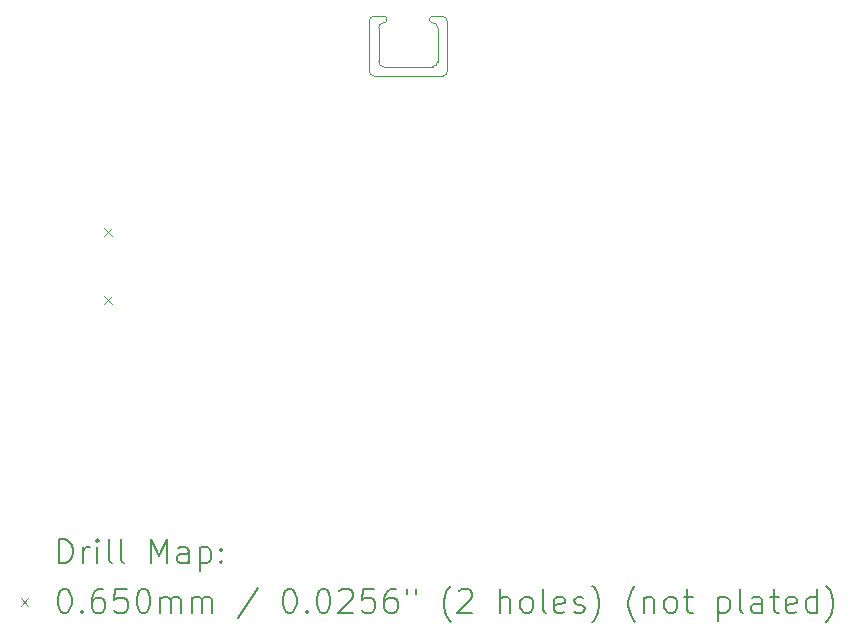
<source format=gbr>
%TF.GenerationSoftware,KiCad,Pcbnew,7.0.7*%
%TF.CreationDate,2023-10-12T17:33:56+02:00*%
%TF.ProjectId,LDAD_ABS_ENCLOSURE_52X48_1.69_LCD_TFT_16_bit_INA237,4c444144-5f41-4425-935f-454e434c4f53,5.3*%
%TF.SameCoordinates,Original*%
%TF.FileFunction,Drillmap*%
%TF.FilePolarity,Positive*%
%FSLAX45Y45*%
G04 Gerber Fmt 4.5, Leading zero omitted, Abs format (unit mm)*
G04 Created by KiCad (PCBNEW 7.0.7) date 2023-10-12 17:33:56*
%MOMM*%
%LPD*%
G01*
G04 APERTURE LIST*
%ADD10C,0.100000*%
%ADD11C,0.200000*%
%ADD12C,0.065000*%
G04 APERTURE END LIST*
D10*
X22066378Y-7512294D02*
X22066329Y-7798294D01*
X22524984Y-7839898D02*
X22109378Y-7839294D01*
X22567029Y-7510850D02*
G75*
G03*
X22523983Y-7469850I-41039J10D01*
G01*
X22646064Y-7453883D02*
G75*
G03*
X22603008Y-7412883I-41084J-37D01*
G01*
X22606944Y-7921162D02*
G75*
G03*
X22647943Y-7878117I6J41042D01*
G01*
X22567032Y-7510850D02*
X22565983Y-7796850D01*
X22107326Y-7469248D02*
G75*
G03*
X22066326Y-7512294I4J-41052D01*
G01*
X22027326Y-7411863D02*
X22107326Y-7411818D01*
X22523983Y-7412430D02*
G75*
G03*
X22523983Y-7469850I-4J-28710D01*
G01*
X22603008Y-7412883D02*
X22523983Y-7412423D01*
X22030043Y-7919397D02*
X22606944Y-7921166D01*
X21986378Y-7454911D02*
X21986994Y-7878397D01*
X22107326Y-7469241D02*
G75*
G03*
X22107326Y-7411818I4J28712D01*
G01*
X22647943Y-7878117D02*
X22646056Y-7453883D01*
X22027326Y-7411866D02*
G75*
G03*
X21986326Y-7454911I-26J-41024D01*
G01*
X22066327Y-7798294D02*
G75*
G03*
X22109378Y-7839294I41043J-6D01*
G01*
X21987003Y-7878397D02*
G75*
G03*
X22030043Y-7919397I41017J-33D01*
G01*
X22524984Y-7839903D02*
G75*
G03*
X22565983Y-7796850I6J41043D01*
G01*
D11*
D12*
X19739500Y-9205500D02*
X19804500Y-9270500D01*
X19804500Y-9205500D02*
X19739500Y-9270500D01*
X19739500Y-9783500D02*
X19804500Y-9848500D01*
X19804500Y-9783500D02*
X19739500Y-9848500D01*
D11*
X19361338Y-12042966D02*
X19361338Y-11842966D01*
X19361338Y-11842966D02*
X19408957Y-11842966D01*
X19408957Y-11842966D02*
X19437528Y-11852490D01*
X19437528Y-11852490D02*
X19456576Y-11871538D01*
X19456576Y-11871538D02*
X19466100Y-11890585D01*
X19466100Y-11890585D02*
X19475624Y-11928681D01*
X19475624Y-11928681D02*
X19475624Y-11957252D01*
X19475624Y-11957252D02*
X19466100Y-11995347D01*
X19466100Y-11995347D02*
X19456576Y-12014395D01*
X19456576Y-12014395D02*
X19437528Y-12033443D01*
X19437528Y-12033443D02*
X19408957Y-12042966D01*
X19408957Y-12042966D02*
X19361338Y-12042966D01*
X19561338Y-12042966D02*
X19561338Y-11909633D01*
X19561338Y-11947728D02*
X19570862Y-11928681D01*
X19570862Y-11928681D02*
X19580386Y-11919157D01*
X19580386Y-11919157D02*
X19599433Y-11909633D01*
X19599433Y-11909633D02*
X19618481Y-11909633D01*
X19685147Y-12042966D02*
X19685147Y-11909633D01*
X19685147Y-11842966D02*
X19675624Y-11852490D01*
X19675624Y-11852490D02*
X19685147Y-11862014D01*
X19685147Y-11862014D02*
X19694671Y-11852490D01*
X19694671Y-11852490D02*
X19685147Y-11842966D01*
X19685147Y-11842966D02*
X19685147Y-11862014D01*
X19808957Y-12042966D02*
X19789909Y-12033443D01*
X19789909Y-12033443D02*
X19780386Y-12014395D01*
X19780386Y-12014395D02*
X19780386Y-11842966D01*
X19913719Y-12042966D02*
X19894671Y-12033443D01*
X19894671Y-12033443D02*
X19885147Y-12014395D01*
X19885147Y-12014395D02*
X19885147Y-11842966D01*
X20142290Y-12042966D02*
X20142290Y-11842966D01*
X20142290Y-11842966D02*
X20208957Y-11985824D01*
X20208957Y-11985824D02*
X20275624Y-11842966D01*
X20275624Y-11842966D02*
X20275624Y-12042966D01*
X20456576Y-12042966D02*
X20456576Y-11938205D01*
X20456576Y-11938205D02*
X20447052Y-11919157D01*
X20447052Y-11919157D02*
X20428005Y-11909633D01*
X20428005Y-11909633D02*
X20389909Y-11909633D01*
X20389909Y-11909633D02*
X20370862Y-11919157D01*
X20456576Y-12033443D02*
X20437528Y-12042966D01*
X20437528Y-12042966D02*
X20389909Y-12042966D01*
X20389909Y-12042966D02*
X20370862Y-12033443D01*
X20370862Y-12033443D02*
X20361338Y-12014395D01*
X20361338Y-12014395D02*
X20361338Y-11995347D01*
X20361338Y-11995347D02*
X20370862Y-11976300D01*
X20370862Y-11976300D02*
X20389909Y-11966776D01*
X20389909Y-11966776D02*
X20437528Y-11966776D01*
X20437528Y-11966776D02*
X20456576Y-11957252D01*
X20551814Y-11909633D02*
X20551814Y-12109633D01*
X20551814Y-11919157D02*
X20570862Y-11909633D01*
X20570862Y-11909633D02*
X20608957Y-11909633D01*
X20608957Y-11909633D02*
X20628005Y-11919157D01*
X20628005Y-11919157D02*
X20637528Y-11928681D01*
X20637528Y-11928681D02*
X20647052Y-11947728D01*
X20647052Y-11947728D02*
X20647052Y-12004871D01*
X20647052Y-12004871D02*
X20637528Y-12023919D01*
X20637528Y-12023919D02*
X20628005Y-12033443D01*
X20628005Y-12033443D02*
X20608957Y-12042966D01*
X20608957Y-12042966D02*
X20570862Y-12042966D01*
X20570862Y-12042966D02*
X20551814Y-12033443D01*
X20732767Y-12023919D02*
X20742290Y-12033443D01*
X20742290Y-12033443D02*
X20732767Y-12042966D01*
X20732767Y-12042966D02*
X20723243Y-12033443D01*
X20723243Y-12033443D02*
X20732767Y-12023919D01*
X20732767Y-12023919D02*
X20732767Y-12042966D01*
X20732767Y-11919157D02*
X20742290Y-11928681D01*
X20742290Y-11928681D02*
X20732767Y-11938205D01*
X20732767Y-11938205D02*
X20723243Y-11928681D01*
X20723243Y-11928681D02*
X20732767Y-11919157D01*
X20732767Y-11919157D02*
X20732767Y-11938205D01*
D12*
X19035561Y-12338983D02*
X19100561Y-12403983D01*
X19100561Y-12338983D02*
X19035561Y-12403983D01*
D11*
X19399433Y-12262966D02*
X19418481Y-12262966D01*
X19418481Y-12262966D02*
X19437528Y-12272490D01*
X19437528Y-12272490D02*
X19447052Y-12282014D01*
X19447052Y-12282014D02*
X19456576Y-12301062D01*
X19456576Y-12301062D02*
X19466100Y-12339157D01*
X19466100Y-12339157D02*
X19466100Y-12386776D01*
X19466100Y-12386776D02*
X19456576Y-12424871D01*
X19456576Y-12424871D02*
X19447052Y-12443919D01*
X19447052Y-12443919D02*
X19437528Y-12453443D01*
X19437528Y-12453443D02*
X19418481Y-12462966D01*
X19418481Y-12462966D02*
X19399433Y-12462966D01*
X19399433Y-12462966D02*
X19380386Y-12453443D01*
X19380386Y-12453443D02*
X19370862Y-12443919D01*
X19370862Y-12443919D02*
X19361338Y-12424871D01*
X19361338Y-12424871D02*
X19351814Y-12386776D01*
X19351814Y-12386776D02*
X19351814Y-12339157D01*
X19351814Y-12339157D02*
X19361338Y-12301062D01*
X19361338Y-12301062D02*
X19370862Y-12282014D01*
X19370862Y-12282014D02*
X19380386Y-12272490D01*
X19380386Y-12272490D02*
X19399433Y-12262966D01*
X19551814Y-12443919D02*
X19561338Y-12453443D01*
X19561338Y-12453443D02*
X19551814Y-12462966D01*
X19551814Y-12462966D02*
X19542290Y-12453443D01*
X19542290Y-12453443D02*
X19551814Y-12443919D01*
X19551814Y-12443919D02*
X19551814Y-12462966D01*
X19732767Y-12262966D02*
X19694671Y-12262966D01*
X19694671Y-12262966D02*
X19675624Y-12272490D01*
X19675624Y-12272490D02*
X19666100Y-12282014D01*
X19666100Y-12282014D02*
X19647052Y-12310585D01*
X19647052Y-12310585D02*
X19637528Y-12348681D01*
X19637528Y-12348681D02*
X19637528Y-12424871D01*
X19637528Y-12424871D02*
X19647052Y-12443919D01*
X19647052Y-12443919D02*
X19656576Y-12453443D01*
X19656576Y-12453443D02*
X19675624Y-12462966D01*
X19675624Y-12462966D02*
X19713719Y-12462966D01*
X19713719Y-12462966D02*
X19732767Y-12453443D01*
X19732767Y-12453443D02*
X19742290Y-12443919D01*
X19742290Y-12443919D02*
X19751814Y-12424871D01*
X19751814Y-12424871D02*
X19751814Y-12377252D01*
X19751814Y-12377252D02*
X19742290Y-12358205D01*
X19742290Y-12358205D02*
X19732767Y-12348681D01*
X19732767Y-12348681D02*
X19713719Y-12339157D01*
X19713719Y-12339157D02*
X19675624Y-12339157D01*
X19675624Y-12339157D02*
X19656576Y-12348681D01*
X19656576Y-12348681D02*
X19647052Y-12358205D01*
X19647052Y-12358205D02*
X19637528Y-12377252D01*
X19932767Y-12262966D02*
X19837528Y-12262966D01*
X19837528Y-12262966D02*
X19828005Y-12358205D01*
X19828005Y-12358205D02*
X19837528Y-12348681D01*
X19837528Y-12348681D02*
X19856576Y-12339157D01*
X19856576Y-12339157D02*
X19904195Y-12339157D01*
X19904195Y-12339157D02*
X19923243Y-12348681D01*
X19923243Y-12348681D02*
X19932767Y-12358205D01*
X19932767Y-12358205D02*
X19942290Y-12377252D01*
X19942290Y-12377252D02*
X19942290Y-12424871D01*
X19942290Y-12424871D02*
X19932767Y-12443919D01*
X19932767Y-12443919D02*
X19923243Y-12453443D01*
X19923243Y-12453443D02*
X19904195Y-12462966D01*
X19904195Y-12462966D02*
X19856576Y-12462966D01*
X19856576Y-12462966D02*
X19837528Y-12453443D01*
X19837528Y-12453443D02*
X19828005Y-12443919D01*
X20066100Y-12262966D02*
X20085148Y-12262966D01*
X20085148Y-12262966D02*
X20104195Y-12272490D01*
X20104195Y-12272490D02*
X20113719Y-12282014D01*
X20113719Y-12282014D02*
X20123243Y-12301062D01*
X20123243Y-12301062D02*
X20132767Y-12339157D01*
X20132767Y-12339157D02*
X20132767Y-12386776D01*
X20132767Y-12386776D02*
X20123243Y-12424871D01*
X20123243Y-12424871D02*
X20113719Y-12443919D01*
X20113719Y-12443919D02*
X20104195Y-12453443D01*
X20104195Y-12453443D02*
X20085148Y-12462966D01*
X20085148Y-12462966D02*
X20066100Y-12462966D01*
X20066100Y-12462966D02*
X20047052Y-12453443D01*
X20047052Y-12453443D02*
X20037528Y-12443919D01*
X20037528Y-12443919D02*
X20028005Y-12424871D01*
X20028005Y-12424871D02*
X20018481Y-12386776D01*
X20018481Y-12386776D02*
X20018481Y-12339157D01*
X20018481Y-12339157D02*
X20028005Y-12301062D01*
X20028005Y-12301062D02*
X20037528Y-12282014D01*
X20037528Y-12282014D02*
X20047052Y-12272490D01*
X20047052Y-12272490D02*
X20066100Y-12262966D01*
X20218481Y-12462966D02*
X20218481Y-12329633D01*
X20218481Y-12348681D02*
X20228005Y-12339157D01*
X20228005Y-12339157D02*
X20247052Y-12329633D01*
X20247052Y-12329633D02*
X20275624Y-12329633D01*
X20275624Y-12329633D02*
X20294671Y-12339157D01*
X20294671Y-12339157D02*
X20304195Y-12358205D01*
X20304195Y-12358205D02*
X20304195Y-12462966D01*
X20304195Y-12358205D02*
X20313719Y-12339157D01*
X20313719Y-12339157D02*
X20332767Y-12329633D01*
X20332767Y-12329633D02*
X20361338Y-12329633D01*
X20361338Y-12329633D02*
X20380386Y-12339157D01*
X20380386Y-12339157D02*
X20389909Y-12358205D01*
X20389909Y-12358205D02*
X20389909Y-12462966D01*
X20485148Y-12462966D02*
X20485148Y-12329633D01*
X20485148Y-12348681D02*
X20494671Y-12339157D01*
X20494671Y-12339157D02*
X20513719Y-12329633D01*
X20513719Y-12329633D02*
X20542290Y-12329633D01*
X20542290Y-12329633D02*
X20561338Y-12339157D01*
X20561338Y-12339157D02*
X20570862Y-12358205D01*
X20570862Y-12358205D02*
X20570862Y-12462966D01*
X20570862Y-12358205D02*
X20580386Y-12339157D01*
X20580386Y-12339157D02*
X20599433Y-12329633D01*
X20599433Y-12329633D02*
X20628005Y-12329633D01*
X20628005Y-12329633D02*
X20647052Y-12339157D01*
X20647052Y-12339157D02*
X20656576Y-12358205D01*
X20656576Y-12358205D02*
X20656576Y-12462966D01*
X21047052Y-12253443D02*
X20875624Y-12510585D01*
X21304195Y-12262966D02*
X21323243Y-12262966D01*
X21323243Y-12262966D02*
X21342291Y-12272490D01*
X21342291Y-12272490D02*
X21351814Y-12282014D01*
X21351814Y-12282014D02*
X21361338Y-12301062D01*
X21361338Y-12301062D02*
X21370862Y-12339157D01*
X21370862Y-12339157D02*
X21370862Y-12386776D01*
X21370862Y-12386776D02*
X21361338Y-12424871D01*
X21361338Y-12424871D02*
X21351814Y-12443919D01*
X21351814Y-12443919D02*
X21342291Y-12453443D01*
X21342291Y-12453443D02*
X21323243Y-12462966D01*
X21323243Y-12462966D02*
X21304195Y-12462966D01*
X21304195Y-12462966D02*
X21285148Y-12453443D01*
X21285148Y-12453443D02*
X21275624Y-12443919D01*
X21275624Y-12443919D02*
X21266100Y-12424871D01*
X21266100Y-12424871D02*
X21256576Y-12386776D01*
X21256576Y-12386776D02*
X21256576Y-12339157D01*
X21256576Y-12339157D02*
X21266100Y-12301062D01*
X21266100Y-12301062D02*
X21275624Y-12282014D01*
X21275624Y-12282014D02*
X21285148Y-12272490D01*
X21285148Y-12272490D02*
X21304195Y-12262966D01*
X21456576Y-12443919D02*
X21466100Y-12453443D01*
X21466100Y-12453443D02*
X21456576Y-12462966D01*
X21456576Y-12462966D02*
X21447052Y-12453443D01*
X21447052Y-12453443D02*
X21456576Y-12443919D01*
X21456576Y-12443919D02*
X21456576Y-12462966D01*
X21589910Y-12262966D02*
X21608957Y-12262966D01*
X21608957Y-12262966D02*
X21628005Y-12272490D01*
X21628005Y-12272490D02*
X21637529Y-12282014D01*
X21637529Y-12282014D02*
X21647052Y-12301062D01*
X21647052Y-12301062D02*
X21656576Y-12339157D01*
X21656576Y-12339157D02*
X21656576Y-12386776D01*
X21656576Y-12386776D02*
X21647052Y-12424871D01*
X21647052Y-12424871D02*
X21637529Y-12443919D01*
X21637529Y-12443919D02*
X21628005Y-12453443D01*
X21628005Y-12453443D02*
X21608957Y-12462966D01*
X21608957Y-12462966D02*
X21589910Y-12462966D01*
X21589910Y-12462966D02*
X21570862Y-12453443D01*
X21570862Y-12453443D02*
X21561338Y-12443919D01*
X21561338Y-12443919D02*
X21551814Y-12424871D01*
X21551814Y-12424871D02*
X21542291Y-12386776D01*
X21542291Y-12386776D02*
X21542291Y-12339157D01*
X21542291Y-12339157D02*
X21551814Y-12301062D01*
X21551814Y-12301062D02*
X21561338Y-12282014D01*
X21561338Y-12282014D02*
X21570862Y-12272490D01*
X21570862Y-12272490D02*
X21589910Y-12262966D01*
X21732767Y-12282014D02*
X21742291Y-12272490D01*
X21742291Y-12272490D02*
X21761338Y-12262966D01*
X21761338Y-12262966D02*
X21808957Y-12262966D01*
X21808957Y-12262966D02*
X21828005Y-12272490D01*
X21828005Y-12272490D02*
X21837529Y-12282014D01*
X21837529Y-12282014D02*
X21847052Y-12301062D01*
X21847052Y-12301062D02*
X21847052Y-12320109D01*
X21847052Y-12320109D02*
X21837529Y-12348681D01*
X21837529Y-12348681D02*
X21723243Y-12462966D01*
X21723243Y-12462966D02*
X21847052Y-12462966D01*
X22028005Y-12262966D02*
X21932767Y-12262966D01*
X21932767Y-12262966D02*
X21923243Y-12358205D01*
X21923243Y-12358205D02*
X21932767Y-12348681D01*
X21932767Y-12348681D02*
X21951814Y-12339157D01*
X21951814Y-12339157D02*
X21999433Y-12339157D01*
X21999433Y-12339157D02*
X22018481Y-12348681D01*
X22018481Y-12348681D02*
X22028005Y-12358205D01*
X22028005Y-12358205D02*
X22037529Y-12377252D01*
X22037529Y-12377252D02*
X22037529Y-12424871D01*
X22037529Y-12424871D02*
X22028005Y-12443919D01*
X22028005Y-12443919D02*
X22018481Y-12453443D01*
X22018481Y-12453443D02*
X21999433Y-12462966D01*
X21999433Y-12462966D02*
X21951814Y-12462966D01*
X21951814Y-12462966D02*
X21932767Y-12453443D01*
X21932767Y-12453443D02*
X21923243Y-12443919D01*
X22208957Y-12262966D02*
X22170862Y-12262966D01*
X22170862Y-12262966D02*
X22151814Y-12272490D01*
X22151814Y-12272490D02*
X22142291Y-12282014D01*
X22142291Y-12282014D02*
X22123243Y-12310585D01*
X22123243Y-12310585D02*
X22113719Y-12348681D01*
X22113719Y-12348681D02*
X22113719Y-12424871D01*
X22113719Y-12424871D02*
X22123243Y-12443919D01*
X22123243Y-12443919D02*
X22132767Y-12453443D01*
X22132767Y-12453443D02*
X22151814Y-12462966D01*
X22151814Y-12462966D02*
X22189910Y-12462966D01*
X22189910Y-12462966D02*
X22208957Y-12453443D01*
X22208957Y-12453443D02*
X22218481Y-12443919D01*
X22218481Y-12443919D02*
X22228005Y-12424871D01*
X22228005Y-12424871D02*
X22228005Y-12377252D01*
X22228005Y-12377252D02*
X22218481Y-12358205D01*
X22218481Y-12358205D02*
X22208957Y-12348681D01*
X22208957Y-12348681D02*
X22189910Y-12339157D01*
X22189910Y-12339157D02*
X22151814Y-12339157D01*
X22151814Y-12339157D02*
X22132767Y-12348681D01*
X22132767Y-12348681D02*
X22123243Y-12358205D01*
X22123243Y-12358205D02*
X22113719Y-12377252D01*
X22304195Y-12262966D02*
X22304195Y-12301062D01*
X22380386Y-12262966D02*
X22380386Y-12301062D01*
X22675624Y-12539157D02*
X22666100Y-12529633D01*
X22666100Y-12529633D02*
X22647052Y-12501062D01*
X22647052Y-12501062D02*
X22637529Y-12482014D01*
X22637529Y-12482014D02*
X22628005Y-12453443D01*
X22628005Y-12453443D02*
X22618481Y-12405824D01*
X22618481Y-12405824D02*
X22618481Y-12367728D01*
X22618481Y-12367728D02*
X22628005Y-12320109D01*
X22628005Y-12320109D02*
X22637529Y-12291538D01*
X22637529Y-12291538D02*
X22647052Y-12272490D01*
X22647052Y-12272490D02*
X22666100Y-12243919D01*
X22666100Y-12243919D02*
X22675624Y-12234395D01*
X22742291Y-12282014D02*
X22751814Y-12272490D01*
X22751814Y-12272490D02*
X22770862Y-12262966D01*
X22770862Y-12262966D02*
X22818481Y-12262966D01*
X22818481Y-12262966D02*
X22837529Y-12272490D01*
X22837529Y-12272490D02*
X22847052Y-12282014D01*
X22847052Y-12282014D02*
X22856576Y-12301062D01*
X22856576Y-12301062D02*
X22856576Y-12320109D01*
X22856576Y-12320109D02*
X22847052Y-12348681D01*
X22847052Y-12348681D02*
X22732767Y-12462966D01*
X22732767Y-12462966D02*
X22856576Y-12462966D01*
X23094672Y-12462966D02*
X23094672Y-12262966D01*
X23180386Y-12462966D02*
X23180386Y-12358205D01*
X23180386Y-12358205D02*
X23170862Y-12339157D01*
X23170862Y-12339157D02*
X23151814Y-12329633D01*
X23151814Y-12329633D02*
X23123243Y-12329633D01*
X23123243Y-12329633D02*
X23104195Y-12339157D01*
X23104195Y-12339157D02*
X23094672Y-12348681D01*
X23304195Y-12462966D02*
X23285148Y-12453443D01*
X23285148Y-12453443D02*
X23275624Y-12443919D01*
X23275624Y-12443919D02*
X23266100Y-12424871D01*
X23266100Y-12424871D02*
X23266100Y-12367728D01*
X23266100Y-12367728D02*
X23275624Y-12348681D01*
X23275624Y-12348681D02*
X23285148Y-12339157D01*
X23285148Y-12339157D02*
X23304195Y-12329633D01*
X23304195Y-12329633D02*
X23332767Y-12329633D01*
X23332767Y-12329633D02*
X23351814Y-12339157D01*
X23351814Y-12339157D02*
X23361338Y-12348681D01*
X23361338Y-12348681D02*
X23370862Y-12367728D01*
X23370862Y-12367728D02*
X23370862Y-12424871D01*
X23370862Y-12424871D02*
X23361338Y-12443919D01*
X23361338Y-12443919D02*
X23351814Y-12453443D01*
X23351814Y-12453443D02*
X23332767Y-12462966D01*
X23332767Y-12462966D02*
X23304195Y-12462966D01*
X23485148Y-12462966D02*
X23466100Y-12453443D01*
X23466100Y-12453443D02*
X23456576Y-12434395D01*
X23456576Y-12434395D02*
X23456576Y-12262966D01*
X23637529Y-12453443D02*
X23618481Y-12462966D01*
X23618481Y-12462966D02*
X23580386Y-12462966D01*
X23580386Y-12462966D02*
X23561338Y-12453443D01*
X23561338Y-12453443D02*
X23551814Y-12434395D01*
X23551814Y-12434395D02*
X23551814Y-12358205D01*
X23551814Y-12358205D02*
X23561338Y-12339157D01*
X23561338Y-12339157D02*
X23580386Y-12329633D01*
X23580386Y-12329633D02*
X23618481Y-12329633D01*
X23618481Y-12329633D02*
X23637529Y-12339157D01*
X23637529Y-12339157D02*
X23647053Y-12358205D01*
X23647053Y-12358205D02*
X23647053Y-12377252D01*
X23647053Y-12377252D02*
X23551814Y-12396300D01*
X23723243Y-12453443D02*
X23742291Y-12462966D01*
X23742291Y-12462966D02*
X23780386Y-12462966D01*
X23780386Y-12462966D02*
X23799434Y-12453443D01*
X23799434Y-12453443D02*
X23808957Y-12434395D01*
X23808957Y-12434395D02*
X23808957Y-12424871D01*
X23808957Y-12424871D02*
X23799434Y-12405824D01*
X23799434Y-12405824D02*
X23780386Y-12396300D01*
X23780386Y-12396300D02*
X23751814Y-12396300D01*
X23751814Y-12396300D02*
X23732767Y-12386776D01*
X23732767Y-12386776D02*
X23723243Y-12367728D01*
X23723243Y-12367728D02*
X23723243Y-12358205D01*
X23723243Y-12358205D02*
X23732767Y-12339157D01*
X23732767Y-12339157D02*
X23751814Y-12329633D01*
X23751814Y-12329633D02*
X23780386Y-12329633D01*
X23780386Y-12329633D02*
X23799434Y-12339157D01*
X23875624Y-12539157D02*
X23885148Y-12529633D01*
X23885148Y-12529633D02*
X23904195Y-12501062D01*
X23904195Y-12501062D02*
X23913719Y-12482014D01*
X23913719Y-12482014D02*
X23923243Y-12453443D01*
X23923243Y-12453443D02*
X23932767Y-12405824D01*
X23932767Y-12405824D02*
X23932767Y-12367728D01*
X23932767Y-12367728D02*
X23923243Y-12320109D01*
X23923243Y-12320109D02*
X23913719Y-12291538D01*
X23913719Y-12291538D02*
X23904195Y-12272490D01*
X23904195Y-12272490D02*
X23885148Y-12243919D01*
X23885148Y-12243919D02*
X23875624Y-12234395D01*
X24237529Y-12539157D02*
X24228005Y-12529633D01*
X24228005Y-12529633D02*
X24208957Y-12501062D01*
X24208957Y-12501062D02*
X24199434Y-12482014D01*
X24199434Y-12482014D02*
X24189910Y-12453443D01*
X24189910Y-12453443D02*
X24180386Y-12405824D01*
X24180386Y-12405824D02*
X24180386Y-12367728D01*
X24180386Y-12367728D02*
X24189910Y-12320109D01*
X24189910Y-12320109D02*
X24199434Y-12291538D01*
X24199434Y-12291538D02*
X24208957Y-12272490D01*
X24208957Y-12272490D02*
X24228005Y-12243919D01*
X24228005Y-12243919D02*
X24237529Y-12234395D01*
X24313719Y-12329633D02*
X24313719Y-12462966D01*
X24313719Y-12348681D02*
X24323243Y-12339157D01*
X24323243Y-12339157D02*
X24342291Y-12329633D01*
X24342291Y-12329633D02*
X24370862Y-12329633D01*
X24370862Y-12329633D02*
X24389910Y-12339157D01*
X24389910Y-12339157D02*
X24399434Y-12358205D01*
X24399434Y-12358205D02*
X24399434Y-12462966D01*
X24523243Y-12462966D02*
X24504195Y-12453443D01*
X24504195Y-12453443D02*
X24494672Y-12443919D01*
X24494672Y-12443919D02*
X24485148Y-12424871D01*
X24485148Y-12424871D02*
X24485148Y-12367728D01*
X24485148Y-12367728D02*
X24494672Y-12348681D01*
X24494672Y-12348681D02*
X24504195Y-12339157D01*
X24504195Y-12339157D02*
X24523243Y-12329633D01*
X24523243Y-12329633D02*
X24551815Y-12329633D01*
X24551815Y-12329633D02*
X24570862Y-12339157D01*
X24570862Y-12339157D02*
X24580386Y-12348681D01*
X24580386Y-12348681D02*
X24589910Y-12367728D01*
X24589910Y-12367728D02*
X24589910Y-12424871D01*
X24589910Y-12424871D02*
X24580386Y-12443919D01*
X24580386Y-12443919D02*
X24570862Y-12453443D01*
X24570862Y-12453443D02*
X24551815Y-12462966D01*
X24551815Y-12462966D02*
X24523243Y-12462966D01*
X24647053Y-12329633D02*
X24723243Y-12329633D01*
X24675624Y-12262966D02*
X24675624Y-12434395D01*
X24675624Y-12434395D02*
X24685148Y-12453443D01*
X24685148Y-12453443D02*
X24704195Y-12462966D01*
X24704195Y-12462966D02*
X24723243Y-12462966D01*
X24942291Y-12329633D02*
X24942291Y-12529633D01*
X24942291Y-12339157D02*
X24961338Y-12329633D01*
X24961338Y-12329633D02*
X24999434Y-12329633D01*
X24999434Y-12329633D02*
X25018481Y-12339157D01*
X25018481Y-12339157D02*
X25028005Y-12348681D01*
X25028005Y-12348681D02*
X25037529Y-12367728D01*
X25037529Y-12367728D02*
X25037529Y-12424871D01*
X25037529Y-12424871D02*
X25028005Y-12443919D01*
X25028005Y-12443919D02*
X25018481Y-12453443D01*
X25018481Y-12453443D02*
X24999434Y-12462966D01*
X24999434Y-12462966D02*
X24961338Y-12462966D01*
X24961338Y-12462966D02*
X24942291Y-12453443D01*
X25151815Y-12462966D02*
X25132767Y-12453443D01*
X25132767Y-12453443D02*
X25123243Y-12434395D01*
X25123243Y-12434395D02*
X25123243Y-12262966D01*
X25313719Y-12462966D02*
X25313719Y-12358205D01*
X25313719Y-12358205D02*
X25304196Y-12339157D01*
X25304196Y-12339157D02*
X25285148Y-12329633D01*
X25285148Y-12329633D02*
X25247053Y-12329633D01*
X25247053Y-12329633D02*
X25228005Y-12339157D01*
X25313719Y-12453443D02*
X25294672Y-12462966D01*
X25294672Y-12462966D02*
X25247053Y-12462966D01*
X25247053Y-12462966D02*
X25228005Y-12453443D01*
X25228005Y-12453443D02*
X25218481Y-12434395D01*
X25218481Y-12434395D02*
X25218481Y-12415347D01*
X25218481Y-12415347D02*
X25228005Y-12396300D01*
X25228005Y-12396300D02*
X25247053Y-12386776D01*
X25247053Y-12386776D02*
X25294672Y-12386776D01*
X25294672Y-12386776D02*
X25313719Y-12377252D01*
X25380386Y-12329633D02*
X25456576Y-12329633D01*
X25408957Y-12262966D02*
X25408957Y-12434395D01*
X25408957Y-12434395D02*
X25418481Y-12453443D01*
X25418481Y-12453443D02*
X25437529Y-12462966D01*
X25437529Y-12462966D02*
X25456576Y-12462966D01*
X25599434Y-12453443D02*
X25580386Y-12462966D01*
X25580386Y-12462966D02*
X25542291Y-12462966D01*
X25542291Y-12462966D02*
X25523243Y-12453443D01*
X25523243Y-12453443D02*
X25513719Y-12434395D01*
X25513719Y-12434395D02*
X25513719Y-12358205D01*
X25513719Y-12358205D02*
X25523243Y-12339157D01*
X25523243Y-12339157D02*
X25542291Y-12329633D01*
X25542291Y-12329633D02*
X25580386Y-12329633D01*
X25580386Y-12329633D02*
X25599434Y-12339157D01*
X25599434Y-12339157D02*
X25608957Y-12358205D01*
X25608957Y-12358205D02*
X25608957Y-12377252D01*
X25608957Y-12377252D02*
X25513719Y-12396300D01*
X25780386Y-12462966D02*
X25780386Y-12262966D01*
X25780386Y-12453443D02*
X25761338Y-12462966D01*
X25761338Y-12462966D02*
X25723243Y-12462966D01*
X25723243Y-12462966D02*
X25704196Y-12453443D01*
X25704196Y-12453443D02*
X25694672Y-12443919D01*
X25694672Y-12443919D02*
X25685148Y-12424871D01*
X25685148Y-12424871D02*
X25685148Y-12367728D01*
X25685148Y-12367728D02*
X25694672Y-12348681D01*
X25694672Y-12348681D02*
X25704196Y-12339157D01*
X25704196Y-12339157D02*
X25723243Y-12329633D01*
X25723243Y-12329633D02*
X25761338Y-12329633D01*
X25761338Y-12329633D02*
X25780386Y-12339157D01*
X25856577Y-12539157D02*
X25866100Y-12529633D01*
X25866100Y-12529633D02*
X25885148Y-12501062D01*
X25885148Y-12501062D02*
X25894672Y-12482014D01*
X25894672Y-12482014D02*
X25904196Y-12453443D01*
X25904196Y-12453443D02*
X25913719Y-12405824D01*
X25913719Y-12405824D02*
X25913719Y-12367728D01*
X25913719Y-12367728D02*
X25904196Y-12320109D01*
X25904196Y-12320109D02*
X25894672Y-12291538D01*
X25894672Y-12291538D02*
X25885148Y-12272490D01*
X25885148Y-12272490D02*
X25866100Y-12243919D01*
X25866100Y-12243919D02*
X25856577Y-12234395D01*
M02*

</source>
